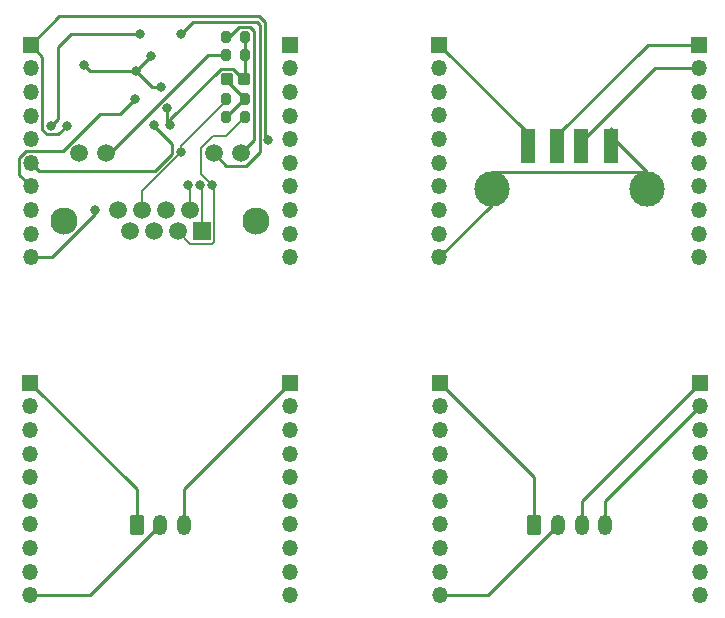
<source format=gtl>
G04 #@! TF.GenerationSoftware,KiCad,Pcbnew,7.0.7*
G04 #@! TF.CreationDate,2023-10-04T22:58:21-06:00*
G04 #@! TF.ProjectId,Modular_Interfaces,4d6f6475-6c61-4725-9f49-6e7465726661,rev?*
G04 #@! TF.SameCoordinates,Original*
G04 #@! TF.FileFunction,Copper,L1,Top*
G04 #@! TF.FilePolarity,Positive*
%FSLAX46Y46*%
G04 Gerber Fmt 4.6, Leading zero omitted, Abs format (unit mm)*
G04 Created by KiCad (PCBNEW 7.0.7) date 2023-10-04 22:58:21*
%MOMM*%
%LPD*%
G01*
G04 APERTURE LIST*
G04 Aperture macros list*
%AMRoundRect*
0 Rectangle with rounded corners*
0 $1 Rounding radius*
0 $2 $3 $4 $5 $6 $7 $8 $9 X,Y pos of 4 corners*
0 Add a 4 corners polygon primitive as box body*
4,1,4,$2,$3,$4,$5,$6,$7,$8,$9,$2,$3,0*
0 Add four circle primitives for the rounded corners*
1,1,$1+$1,$2,$3*
1,1,$1+$1,$4,$5*
1,1,$1+$1,$6,$7*
1,1,$1+$1,$8,$9*
0 Add four rect primitives between the rounded corners*
20,1,$1+$1,$2,$3,$4,$5,0*
20,1,$1+$1,$4,$5,$6,$7,0*
20,1,$1+$1,$6,$7,$8,$9,0*
20,1,$1+$1,$8,$9,$2,$3,0*%
G04 Aperture macros list end*
G04 #@! TA.AperFunction,ComponentPad*
%ADD10R,1.350000X1.350000*%
G04 #@! TD*
G04 #@! TA.AperFunction,ComponentPad*
%ADD11O,1.350000X1.350000*%
G04 #@! TD*
G04 #@! TA.AperFunction,ComponentPad*
%ADD12C,2.300000*%
G04 #@! TD*
G04 #@! TA.AperFunction,ComponentPad*
%ADD13C,1.500000*%
G04 #@! TD*
G04 #@! TA.AperFunction,ComponentPad*
%ADD14R,1.500000X1.500000*%
G04 #@! TD*
G04 #@! TA.AperFunction,ComponentPad*
%ADD15RoundRect,0.250000X-0.350000X-0.625000X0.350000X-0.625000X0.350000X0.625000X-0.350000X0.625000X0*%
G04 #@! TD*
G04 #@! TA.AperFunction,ComponentPad*
%ADD16O,1.200000X1.750000*%
G04 #@! TD*
G04 #@! TA.AperFunction,SMDPad,CuDef*
%ADD17RoundRect,0.250000X-0.287500X-0.275000X0.287500X-0.275000X0.287500X0.275000X-0.287500X0.275000X0*%
G04 #@! TD*
G04 #@! TA.AperFunction,SMDPad,CuDef*
%ADD18RoundRect,0.200000X-0.200000X-0.275000X0.200000X-0.275000X0.200000X0.275000X-0.200000X0.275000X0*%
G04 #@! TD*
G04 #@! TA.AperFunction,ComponentPad*
%ADD19C,3.000000*%
G04 #@! TD*
G04 #@! TA.AperFunction,SMDPad,CuDef*
%ADD20R,1.250000X3.000000*%
G04 #@! TD*
G04 #@! TA.AperFunction,ViaPad*
%ADD21C,0.800000*%
G04 #@! TD*
G04 #@! TA.AperFunction,Conductor*
%ADD22C,0.250000*%
G04 #@! TD*
G04 #@! TA.AperFunction,Conductor*
%ADD23C,0.200000*%
G04 #@! TD*
G04 APERTURE END LIST*
D10*
X183407291Y-96944118D03*
D11*
X183407291Y-98944118D03*
X183407291Y-100944118D03*
X183407291Y-102944118D03*
X183407291Y-104944118D03*
X183407291Y-106944118D03*
X183407291Y-108944118D03*
X183407291Y-110944118D03*
X183407291Y-112944118D03*
X183407291Y-114944118D03*
X126743500Y-86336780D03*
X126743500Y-84336780D03*
X126743500Y-82336780D03*
X126743500Y-80336780D03*
X126743500Y-78336780D03*
X126743500Y-76336780D03*
X126743500Y-74336780D03*
X126743500Y-72336780D03*
X126743500Y-70336780D03*
D10*
X126743500Y-68336780D03*
D11*
X148743500Y-86336780D03*
X148743500Y-84336780D03*
X148743500Y-82336780D03*
X148743500Y-80336780D03*
X148743500Y-78336780D03*
X148743500Y-76336780D03*
X148743500Y-74336780D03*
X148743500Y-72336780D03*
X148743500Y-70336780D03*
D10*
X148743500Y-68336780D03*
D12*
X129551500Y-83231780D03*
X145811500Y-83231780D03*
D13*
X130821500Y-77521780D03*
X133111500Y-77521780D03*
X142251500Y-77521780D03*
X144541500Y-77521780D03*
X134129500Y-82341780D03*
X135145500Y-84121780D03*
X136161500Y-82341780D03*
X137177500Y-84121780D03*
X138193500Y-82341780D03*
X139209500Y-84121780D03*
X140225500Y-82341780D03*
D14*
X141241500Y-84121780D03*
D15*
X169407291Y-108984118D03*
D16*
X171407291Y-108984118D03*
X173407291Y-108984118D03*
X175407291Y-108984118D03*
D17*
X144816500Y-71211780D03*
X143391500Y-71211780D03*
D10*
X161437291Y-96954118D03*
D11*
X161437291Y-98954118D03*
X161437291Y-100954118D03*
X161437291Y-102954118D03*
X161437291Y-104954118D03*
X161437291Y-106954118D03*
X161437291Y-108954118D03*
X161437291Y-110954118D03*
X161437291Y-112954118D03*
X161437291Y-114954118D03*
X161360800Y-86324480D03*
X161360800Y-84324480D03*
X161360800Y-82324480D03*
X161360800Y-80324480D03*
X161360800Y-78324480D03*
X161360800Y-76324480D03*
X161360800Y-74324480D03*
X161360800Y-72324480D03*
X161360800Y-70324480D03*
D10*
X161360800Y-68324480D03*
X148723491Y-96953118D03*
D11*
X148723491Y-98953118D03*
X148723491Y-100953118D03*
X148723491Y-102953118D03*
X148723491Y-104953118D03*
X148723491Y-106953118D03*
X148723491Y-108953118D03*
X148723491Y-110953118D03*
X148723491Y-112953118D03*
X148723491Y-114953118D03*
D18*
X144916500Y-67641780D03*
X143266500Y-67641780D03*
D15*
X135713491Y-108983118D03*
D16*
X137713491Y-108983118D03*
X139713491Y-108983118D03*
D11*
X183348200Y-86334880D03*
X183348200Y-84334880D03*
X183348200Y-82334880D03*
X183348200Y-80334880D03*
X183348200Y-78334880D03*
X183348200Y-76334880D03*
X183348200Y-74334880D03*
X183348200Y-72334880D03*
X183348200Y-70334880D03*
D10*
X183348200Y-68334880D03*
D18*
X144906500Y-74471780D03*
X143256500Y-74471780D03*
D19*
X178920000Y-80550280D03*
X165780000Y-80550280D03*
D20*
X175850000Y-76870280D03*
X173350000Y-76870280D03*
X171350000Y-76870280D03*
X168850000Y-76870280D03*
D18*
X144906500Y-72891780D03*
X143256500Y-72891780D03*
D10*
X126737291Y-96954118D03*
D11*
X126737291Y-98954118D03*
X126737291Y-100954118D03*
X126737291Y-102954118D03*
X126737291Y-104954118D03*
X126737291Y-106954118D03*
X126737291Y-108954118D03*
X126737291Y-110954118D03*
X126737291Y-112954118D03*
X126737291Y-114954118D03*
D18*
X144916500Y-69241780D03*
X143266500Y-69241780D03*
D21*
X137751500Y-71951780D03*
X141071500Y-80211780D03*
X135681500Y-70571780D03*
X129801500Y-75211780D03*
X132211500Y-82311780D03*
X137209421Y-75151780D03*
X146853500Y-76425671D03*
X142096218Y-80211780D03*
X138306003Y-73702280D03*
X135971500Y-67421780D03*
X135618002Y-72904422D03*
X138531500Y-75151780D03*
X131283500Y-70036780D03*
X139461500Y-67421780D03*
X139469000Y-77448691D03*
X128476000Y-75211780D03*
X136961500Y-69311780D03*
X140056784Y-80211780D03*
D22*
X183348200Y-68334880D02*
X179010400Y-68334880D01*
X133111500Y-77351780D02*
X133111500Y-77521780D01*
X146129000Y-66625676D02*
X146129000Y-77454560D01*
X144906500Y-67961780D02*
X144906500Y-69561780D01*
D23*
X141275500Y-84087780D02*
X141275500Y-80415780D01*
D22*
X161360800Y-86324480D02*
X165780000Y-81905280D01*
X136941500Y-69311780D02*
X135681500Y-70571780D01*
D23*
X142291500Y-85001780D02*
X142121500Y-85171780D01*
X141201500Y-77086855D02*
X141201500Y-79317062D01*
D22*
X179010400Y-68334880D02*
X171350000Y-75995280D01*
D23*
X143256500Y-73126780D02*
X143256500Y-72891780D01*
D22*
X131742491Y-114954118D02*
X126737291Y-114954118D01*
X128532466Y-86336780D02*
X126743500Y-86336780D01*
X145333962Y-66841780D02*
X145679000Y-67186818D01*
X169407291Y-104924118D02*
X161437291Y-96954118D01*
D23*
X139469000Y-77448691D02*
X136161500Y-80756191D01*
D22*
X135713491Y-108983118D02*
X135713491Y-105930318D01*
X129486220Y-77336780D02*
X126329286Y-77336780D01*
D23*
X139469000Y-76914280D02*
X143256500Y-73126780D01*
X142096218Y-80211780D02*
X142291500Y-80407062D01*
D22*
X144986780Y-78596780D02*
X143326500Y-78596780D01*
X129076500Y-75936780D02*
X128146500Y-75936780D01*
D23*
X144906500Y-74471780D02*
X143301500Y-76076780D01*
X140259500Y-85171780D02*
X139209500Y-84121780D01*
D22*
X173407291Y-106944118D02*
X183407291Y-96944118D01*
X175407291Y-106944118D02*
X183407291Y-98944118D01*
D23*
X142211575Y-76076780D02*
X141201500Y-77086855D01*
D22*
X175407291Y-108984118D02*
X175407291Y-106944118D01*
X169407291Y-108984118D02*
X169407291Y-104924118D01*
X134358565Y-74163859D02*
X132659141Y-74163859D01*
X137061500Y-71951780D02*
X135681500Y-70571780D01*
X125743500Y-79336780D02*
X126743500Y-80336780D01*
X146579000Y-76151171D02*
X146579000Y-66439280D01*
X145679000Y-76384280D02*
X144541500Y-77521780D01*
X144906500Y-72891780D02*
X144836500Y-72891780D01*
X173350000Y-76595280D02*
X173350000Y-76870280D01*
D23*
X136161500Y-80756191D02*
X136161500Y-82341780D01*
D22*
X125743500Y-77922566D02*
X125743500Y-79336780D01*
X141741500Y-69241780D02*
X133461500Y-77521780D01*
X165437291Y-114954118D02*
X161437291Y-114954118D01*
X175850000Y-76032480D02*
X175850000Y-75422480D01*
X138306003Y-74926283D02*
X138531500Y-75151780D01*
X142831500Y-70361780D02*
X138531500Y-74661780D01*
X143256500Y-67961780D02*
X144376500Y-66841780D01*
X144376500Y-66841780D02*
X145333962Y-66841780D01*
X161360800Y-68324480D02*
X161752000Y-68324480D01*
D23*
X141201500Y-79317062D02*
X142096218Y-80211780D01*
D22*
X143391500Y-71211780D02*
X143391500Y-71376780D01*
X132659141Y-74163859D02*
X129486220Y-77336780D01*
X161360800Y-68324480D02*
X168850000Y-75813680D01*
X138306003Y-73702280D02*
X138306003Y-74926283D01*
X173407291Y-108984118D02*
X173407291Y-106944118D01*
X137751500Y-71951780D02*
X137061500Y-71951780D01*
X146081500Y-65941780D02*
X129138500Y-65941780D01*
D23*
X140225500Y-82341780D02*
X140225500Y-80380496D01*
D22*
X143326500Y-78596780D02*
X142251500Y-77521780D01*
X139713491Y-108983118D02*
X139713491Y-105963118D01*
X165780000Y-81905280D02*
X165780000Y-79102480D01*
X129801500Y-75211780D02*
X129076500Y-75936780D01*
X138531500Y-74661780D02*
X138531500Y-75151780D01*
X130161500Y-67421780D02*
X135971500Y-67421780D01*
X139713491Y-105963118D02*
X148723491Y-96953118D01*
X127418500Y-79011780D02*
X126743500Y-78336780D01*
X146129000Y-77454560D02*
X144986780Y-78596780D01*
X137304871Y-79011780D02*
X127418500Y-79011780D01*
X132211500Y-82311780D02*
X132211500Y-82657746D01*
X144906500Y-71121780D02*
X144816500Y-71211780D01*
X138744000Y-77572651D02*
X137304871Y-79011780D01*
X178920000Y-79102480D02*
X175850000Y-76032480D01*
X144906500Y-69561780D02*
X144906500Y-71121780D01*
X128476000Y-75211780D02*
X129041500Y-74646280D01*
X171407291Y-108984118D02*
X165437291Y-114954118D01*
X183348200Y-70334880D02*
X179610400Y-70334880D01*
X135713491Y-105930318D02*
X126737291Y-96954118D01*
X131818500Y-70571780D02*
X135681500Y-70571780D01*
X133461500Y-77521780D02*
X133111500Y-77521780D01*
X143266500Y-69241780D02*
X141741500Y-69241780D01*
X126329286Y-77336780D02*
X125743500Y-77922566D01*
X137209421Y-75188457D02*
X138744000Y-76723036D01*
X144816500Y-71211780D02*
X144767173Y-71211780D01*
X132211500Y-82657746D02*
X128532466Y-86336780D01*
X145679000Y-67186818D02*
X145679000Y-76384280D01*
X146579000Y-66439280D02*
X146081500Y-65941780D01*
X135618002Y-72904422D02*
X134358565Y-74163859D01*
D23*
X141275500Y-80415780D02*
X141071500Y-80211780D01*
D22*
X127751500Y-75541780D02*
X127751500Y-69344780D01*
X129041500Y-74646280D02*
X129041500Y-68541780D01*
X128146500Y-75936780D02*
X127751500Y-75541780D01*
X137713491Y-108983118D02*
X131742491Y-114954118D01*
X171350000Y-75995280D02*
X171350000Y-76870280D01*
D23*
X139469000Y-77448691D02*
X139469000Y-76914280D01*
X141241500Y-84121780D02*
X141275500Y-84087780D01*
D22*
X129041500Y-68541780D02*
X130161500Y-67421780D01*
D23*
X143301500Y-76076780D02*
X142211575Y-76076780D01*
D22*
X146853500Y-76425671D02*
X146579000Y-76151171D01*
X139461500Y-67421780D02*
X140491500Y-66391780D01*
X131283500Y-70036780D02*
X131818500Y-70571780D01*
X179610400Y-70334880D02*
X173350000Y-76595280D01*
X145895104Y-66391780D02*
X146129000Y-66625676D01*
X143917173Y-70361780D02*
X142831500Y-70361780D01*
X138744000Y-76723036D02*
X138744000Y-77572651D01*
D23*
X140225500Y-80380496D02*
X140056784Y-80211780D01*
D22*
X136961500Y-69311780D02*
X136941500Y-69311780D01*
X144767173Y-71211780D02*
X143917173Y-70361780D01*
X129138500Y-65941780D02*
X126743500Y-68336780D01*
X144836500Y-72891780D02*
X143256500Y-74471780D01*
X143391500Y-71376780D02*
X144906500Y-72891780D01*
X140491500Y-66391780D02*
X145895104Y-66391780D01*
D23*
X142121500Y-85171780D02*
X140259500Y-85171780D01*
X142291500Y-80407062D02*
X142291500Y-85001780D01*
D22*
X165780000Y-79102480D02*
X178920000Y-79102480D01*
X127751500Y-69344780D02*
X126743500Y-68336780D01*
M02*

</source>
